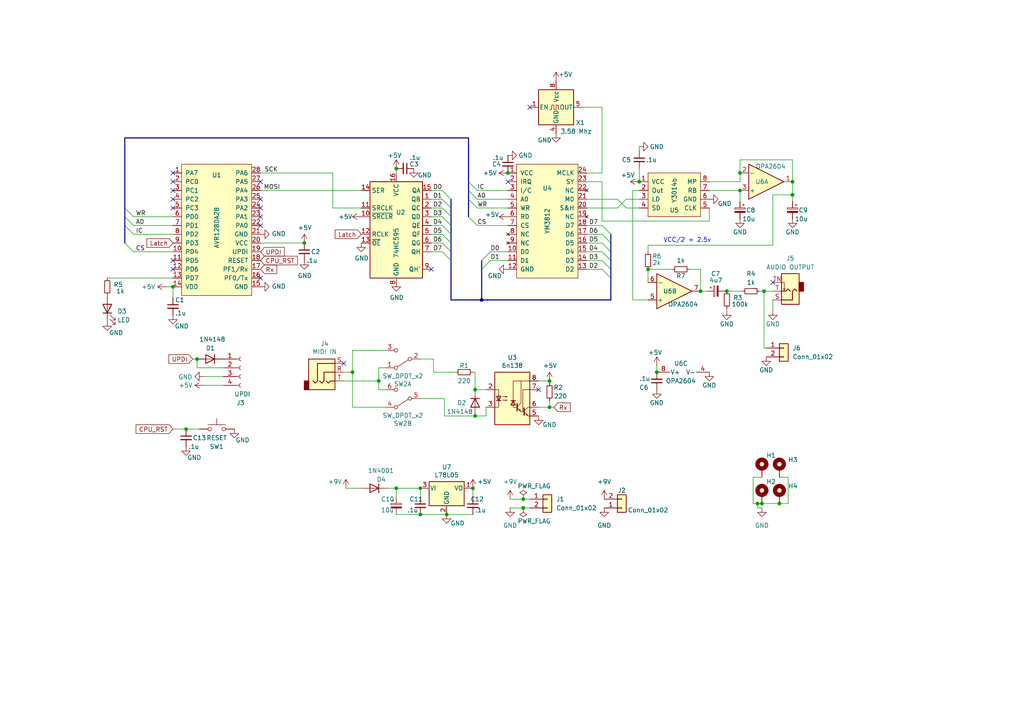
<source format=kicad_sch>
(kicad_sch (version 20211123) (generator eeschema)
  (paper "A4")
  (title_block (title "YM3812 SynthCard") (date "2023-07-24") (rev "v1") (company "Things Made Simple") (comment 1 "thingsmadesimple.com") (comment 2 "Tyler Klein"))
  (lib_symbols
    (symbol "74xx:74HC595"
      (property "Reference" "U" (at -7.62 13.97 0))
      (property "Value" "74HC595" (at -7.62 -16.51 0))
      (symbol "74HC595_1_0"
        (pin tri_state line (at 10.16 7.62 180) (length 2.54) (name "QB") (number "1"))
        (pin input line (at -10.16 2.54 0) (length 2.54) (name "~{SRCLR}") (number "10"))
        (pin input line (at -10.16 5.08 0) (length 2.54) (name "SRCLK") (number "11"))
        (pin input line (at -10.16 -2.54 0) (length 2.54) (name "RCLK") (number "12"))
        (pin input line (at -10.16 -5.08 0) (length 2.54) (name "~{OE}") (number "13"))
        (pin input line (at -10.16 10.16 0) (length 2.54) (name "SER") (number "14"))
        (pin tri_state line (at 10.16 10.16 180) (length 2.54) (name "QA") (number "15"))
        (pin power_in line (at 0 15.24 270) (length 2.54) (name "VCC") (number "16"))
        (pin tri_state line (at 10.16 5.08 180) (length 2.54) (name "QC") (number "2"))
        (pin tri_state line (at 10.16 2.54 180) (length 2.54) (name "QD") (number "3"))
        (pin tri_state line (at 10.16 0 180) (length 2.54) (name "QE") (number "4"))
        (pin tri_state line (at 10.16 -2.54 180) (length 2.54) (name "QF") (number "5"))
        (pin tri_state line (at 10.16 -5.08 180) (length 2.54) (name "QG") (number "6"))
        (pin tri_state line (at 10.16 -7.62 180) (length 2.54) (name "QH") (number "7"))
        (pin power_in line (at 0 -17.78 90) (length 2.54) (name "GND") (number "8"))
        (pin output line (at 10.16 -12.7 180) (length 2.54) (name "QH'") (number "9"))
      )
    )
    (symbol "Amplifier_Operational:TL072" (pin_names (offset 0.127))
      (property "Reference" "U" (at 0 5.08 0))
      (property "Value" "TL072" (at 0 -5.08 0))
      (symbol "TL072_1_1"
        (pin output line (at 7.62 0 180) (length 2.54) (name "~") (number "1"))
        (pin input line (at -7.62 -2.54 0) (length 2.54) (name "-") (number "2"))
        (pin input line (at -7.62 2.54 0) (length 2.54) (name "+") (number "3"))
      )
      (symbol "TL072_2_1"
        (pin input line (at -7.62 2.54 0) (length 2.54) (name "+") (number "5"))
        (pin input line (at -7.62 -2.54 0) (length 2.54) (name "-") (number "6"))
        (pin output line (at 7.62 0 180) (length 2.54) (name "~") (number "7"))
      )
      (symbol "TL072_3_1"
        (pin power_in line (at -2.54 -7.62 90) (length 3.81) (name "V-") (number "4"))
        (pin power_in line (at -2.54 7.62 270) (length 3.81) (name "V+") (number "8"))
      )
    )
    (symbol "Connector:AudioJack2_SwitchT"
      (property "Reference" "J" (at 0 8.89 0))
      (property "Value" "AudioJack2_SwitchT" (at 0 6.35 0))
      (symbol "AudioJack2_SwitchT_1_1"
        (pin passive line (at 5.08 2.54 180) (length 2.54) (name "~") (number "S"))
        (pin passive line (at 5.08 0 180) (length 2.54) (name "~") (number "T"))
        (pin passive line (at 5.08 -2.54 180) (length 2.54) (name "~") (number "TN"))
      )
    )
    (symbol "Connector:AudioJack3"
      (property "Reference" "J" (at 0 8.89 0))
      (property "Value" "AudioJack3" (at 0 6.35 0))
      (symbol "AudioJack3_1_1"
        (pin passive line (at 5.08 0 180) (length 2.54) (name "~") (number "R"))
        (pin passive line (at 5.08 2.54 180) (length 2.54) (name "~") (number "S"))
        (pin passive line (at 5.08 -2.54 180) (length 2.54) (name "~") (number "T"))
      )
    )
    (symbol "Connector:Conn_01x04_Female" (pin_names (offset 1.016) hide)
      (property "Reference" "J" (at 0 5.08 0))
      (property "Value" "Conn_01x04_Female" (at 0 -7.62 0))
      (symbol "Conn_01x04_Female_1_1"
        (pin passive line (at -5.08 2.54 0) (length 3.81) (name "Pin_1") (number "1"))
        (pin passive line (at -5.08 0 0) (length 3.81) (name "Pin_2") (number "2"))
        (pin passive line (at -5.08 -2.54 0) (length 3.81) (name "Pin_3") (number "3"))
        (pin passive line (at -5.08 -5.08 0) (length 3.81) (name "Pin_4") (number "4"))
      )
    )
    (symbol "Connector_Generic:Conn_01x02" (pin_names (offset 1.016) hide)
      (property "Reference" "J" (at 0 2.54 0))
      (property "Value" "Conn_01x02" (at 0 -5.08 0))
      (symbol "Conn_01x02_1_1"
        (pin passive line (at -5.08 0 0) (length 3.81) (name "Pin_1") (number "1"))
        (pin passive line (at -5.08 -2.54 0) (length 3.81) (name "Pin_2") (number "2"))
      )
    )
    (symbol "Device:C_Small" (pin_numbers hide) (pin_names (offset 0.254) hide)
      (property "Reference" "C" (at 0.254 1.778 0))
      (property "Value" "C_Small" (at 0.254 -2.032 0))
      (symbol "C_Small_1_1"
        (pin passive line (at 0 2.54 270) (length 2.032) (name "~") (number "1"))
        (pin passive line (at 0 -2.54 90) (length 2.032) (name "~") (number "2"))
      )
    )
    (symbol "Device:LED" (pin_numbers hide) (pin_names (offset 1.016) hide)
      (property "Reference" "D" (at 0 2.54 0))
      (property "Value" "LED" (at 0 -2.54 0))
      (symbol "LED_1_1"
        (pin passive line (at -3.81 0 0) (length 2.54) (name "K") (number "1"))
        (pin passive line (at 3.81 0 180) (length 2.54) (name "A") (number "2"))
      )
    )
    (symbol "Device:R_Small" (pin_numbers hide) (pin_names (offset 0.254) hide)
      (property "Reference" "R" (at 0.762 0.508 0))
      (property "Value" "R_Small" (at 0.762 -1.016 0))
      (symbol "R_Small_1_1"
        (pin passive line (at 0 2.54 270) (length 0.762) (name "~") (number "1"))
        (pin passive line (at 0 -2.54 90) (length 0.762) (name "~") (number "2"))
      )
    )
    (symbol "Diode:1N4148" (pin_numbers hide) (pin_names hide)
      (property "Reference" "D" (at 0 2.54 0))
      (property "Value" "1N4148" (at 0 -2.54 0))
      (symbol "1N4148_1_1"
        (pin passive line (at -3.81 0 0) (length 2.54) (name "K") (number "1"))
        (pin passive line (at 3.81 0 180) (length 2.54) (name "A") (number "2"))
      )
    )
    (symbol "Isolator:6N138" (pin_names (offset 1.016) hide)
      (property "Reference" "U" (at -4.064 8.89 0))
      (property "Value" "6N138" (at 2.286 8.89 0))
      (symbol "6N138_1_1"
        (pin no_connect line (at -5.08 5.08 0) (length 2.54) hide (name "NC") (number "1"))
        (pin passive line (at -7.62 2.54 0) (length 2.54) (name "C1") (number "2"))
        (pin passive line (at -7.62 -2.54 0) (length 2.54) (name "C2") (number "3"))
        (pin no_connect line (at -5.08 -5.08 0) (length 2.54) hide (name "NC") (number "4"))
        (pin passive line (at 7.62 -5.08 180) (length 2.54) (name "GND") (number "5"))
        (pin passive line (at 7.62 -2.54 180) (length 2.54) (name "VO2") (number "6"))
        (pin passive line (at 7.62 2.54 180) (length 2.54) (name "VO1") (number "7"))
        (pin passive line (at 7.62 5.08 180) (length 2.54) (name "VCC") (number "8"))
      )
    )
    (symbol "Mechanical:MountingHole_Pad" (pin_numbers hide) (pin_names (offset 1.016) hide)
      (property "Reference" "H" (at 0 6.35 0))
      (property "Value" "MountingHole_Pad" (at 0 4.445 0))
      (symbol "MountingHole_Pad_1_1"
        (pin input line (at 0 -2.54 90) (length 2.54) (name "1") (number "1"))
      )
    )
    (symbol "Oscillator:CXO_DIP8" (pin_names (offset 0.254))
      (property "Reference" "X" (at -5.08 6.35 0))
      (property "Value" "CXO_DIP8" (at 1.27 -6.35 0))
      (symbol "CXO_DIP8_1_1"
        (pin input line (at -7.62 0 0) (length 2.54) (name "EN") (number "1"))
        (pin power_in line (at 0 -7.62 90) (length 2.54) (name "GND") (number "4"))
        (pin output line (at 7.62 0 180) (length 2.54) (name "OUT") (number "5"))
        (pin power_in line (at 0 7.62 270) (length 2.54) (name "Vcc") (number "8"))
      )
    )
    (symbol "Regulator_Linear:L78L05_TO92" (pin_names (offset 0.254))
      (property "Reference" "U" (at -3.81 3.175 0))
      (property "Value" "L78L05_TO92" (at 0 3.175 0))
      (symbol "L78L05_TO92_1_1"
        (pin power_out line (at 7.62 0 180) (length 2.54) (name "VO") (number "1"))
        (pin power_in line (at 0 -7.62 90) (length 2.54) (name "GND") (number "2"))
        (pin power_in line (at -7.62 0 0) (length 2.54) (name "VI") (number "3"))
      )
    )
    (symbol "Switch:SW_DPDT_x2" (pin_names (offset 0) hide)
      (property "Reference" "SW" (at 0 4.318 0))
      (property "Value" "SW_DPDT_x2" (at 0 -5.08 0))
      (symbol "SW_DPDT_x2_1_1"
        (pin passive line (at 5.08 2.54 180) (length 2.54) (name "A") (number "1"))
        (pin passive line (at -5.08 0 0) (length 2.54) (name "B") (number "2"))
        (pin passive line (at 5.08 -2.54 180) (length 2.54) (name "C") (number "3"))
      )
      (symbol "SW_DPDT_x2_2_1"
        (pin passive line (at 5.08 2.54 180) (length 2.54) (name "A") (number "4"))
        (pin passive line (at -5.08 0 0) (length 2.54) (name "B") (number "5"))
        (pin passive line (at 5.08 -2.54 180) (length 2.54) (name "C") (number "6"))
      )
    )
    (symbol "Switch:SW_Push" (pin_numbers hide) (pin_names (offset 1.016) hide)
      (property "Reference" "SW" (at 1.27 2.54 0))
      (property "Value" "SW_Push" (at 0 -1.524 0))
      (symbol "SW_Push_0_1"
        (pin passive line (at -5.08 0 0) (length 2.54) (name "1") (number "1"))
        (pin passive line (at 5.08 0 180) (length 2.54) (name "2") (number "2"))
      )
    )
    (symbol "YM3812-rescue:AVR128DA28-MCU_Microchip_AVR" (pin_names (offset 1.016))
      (property "Reference" "U" (at 0 16.51 0))
      (property "Value" "AVR128DA28-MCU_Microchip_AVR" (at 0 -6.35 90))
      (symbol "AVR128DA28-MCU_Microchip_AVR_0_0"
        (pin bidirectional line (at -12.7 16.51 0) (length 2.54) (name "PA7") (number "1"))
        (pin bidirectional line (at -12.7 -6.35 0) (length 2.54) (name "PD4") (number "10"))
        (pin bidirectional line (at -12.7 -8.89 0) (length 2.54) (name "PD5") (number "11"))
        (pin bidirectional line (at -12.7 -11.43 0) (length 2.54) (name "PD6") (number "12"))
        (pin bidirectional line (at -12.7 -13.97 0) (length 2.54) (name "PD7") (number "13"))
        (pin power_in line (at -12.7 -16.51 0) (length 2.54) (name "VDD") (number "14"))
        (pin power_in line (at 12.7 -16.51 180) (length 2.54) (name "GND") (number "15"))
        (pin bidirectional line (at 12.7 -13.97 180) (length 2.54) (name "PF0/Tx") (number "16"))
        (pin bidirectional line (at 12.7 -11.43 180) (length 2.54) (name "PF1/Rx") (number "17"))
        (pin input line (at 12.7 -8.89 180) (length 2.54) (name "RESET") (number "18"))
        (pin bidirectional line (at 12.7 -6.35 180) (length 2.54) (name "UPDI") (number "19"))
        (pin bidirectional line (at -12.7 13.97 0) (length 2.54) (name "PC0") (number "2"))
        (pin power_in line (at 12.7 -3.81 180) (length 2.54) (name "VCC") (number "20"))
        (pin power_in line (at 12.7 -1.27 180) (length 2.54) (name "GND") (number "21"))
        (pin bidirectional line (at 12.7 1.27 180) (length 2.54) (name "PA0") (number "22"))
        (pin bidirectional line (at 12.7 3.81 180) (length 2.54) (name "PA1") (number "23"))
        (pin bidirectional line (at 12.7 6.35 180) (length 2.54) (name "PA2") (number "24"))
        (pin bidirectional line (at 12.7 8.89 180) (length 2.54) (name "PA3") (number "25"))
        (pin bidirectional line (at 12.7 11.43 180) (length 2.54) (name "PA4") (number "26"))
        (pin bidirectional line (at 12.7 13.97 180) (length 2.54) (name "PA5") (number "27"))
        (pin bidirectional line (at 12.7 16.51 180) (length 2.54) (name "PA6") (number "28"))
        (pin bidirectional line (at -12.7 11.43 0) (length 2.54) (name "PC1") (number "3"))
        (pin bidirectional line (at -12.7 8.89 0) (length 2.54) (name "PC2") (number "4"))
        (pin bidirectional line (at -12.7 6.35 0) (length 2.54) (name "PC3") (number "5"))
        (pin bidirectional line (at -12.7 3.81 0) (length 2.54) (name "PD0") (number "6"))
        (pin bidirectional line (at -12.7 1.27 0) (length 2.54) (name "PD1") (number "7"))
        (pin bidirectional line (at -12.7 -1.27 0) (length 2.54) (name "PD2") (number "8"))
        (pin bidirectional line (at -12.7 -3.81 0) (length 2.54) (name "PD3") (number "9"))
      )
    )
    (symbol "YM3812-rescue:CP_Small-Device" (pin_numbers hide) (pin_names (offset 0.254) hide)
      (property "Reference" "C" (at 0.254 1.778 0))
      (property "Value" "CP_Small-Device" (at 0.254 -2.032 0))
      (symbol "CP_Small-Device_1_1"
        (pin passive line (at 0 2.54 270) (length 1.8542) (name "~") (number "1"))
        (pin passive line (at 0 -2.54 90) (length 1.8542) (name "~") (number "2"))
      )
    )
    (symbol "YM3812-rescue:Y3014b-Synthesizer" (pin_names (offset 1.016))
      (property "Reference" "U" (at 0 3.81 0))
      (property "Value" "Y3014b-Synthesizer" (at 0 -1.27 90))
      (symbol "Y3014b-Synthesizer_0_0"
        (pin power_in line (at -10.16 3.81 0) (length 2.54) (name "VCC") (number "1"))
        (pin output line (at -10.16 1.27 0) (length 2.54) (name "Out") (number "2"))
        (pin input line (at -10.16 -1.27 0) (length 2.54) (name "LD") (number "3"))
        (pin input line (at -10.16 -3.81 0) (length 2.54) (name "SD") (number "4"))
        (pin input line (at 10.16 -3.81 180) (length 2.54) (name "CLK") (number "5"))
        (pin power_in line (at 10.16 -1.27 180) (length 2.54) (name "GND") (number "6"))
        (pin output line (at 10.16 1.27 180) (length 2.54) (name "RB") (number "7"))
        (pin input line (at 10.16 3.81 180) (length 2.54) (name "MP") (number "8"))
      )
    )
    (symbol "YM3812-rescue:YM3812-Synthesizer" (pin_names (offset 1.016))
      (property "Reference" "U" (at 0 13.97 0))
      (property "Value" "YM3812-Synthesizer" (at 0 0 90))
      (symbol "YM3812-Synthesizer_1_1"
        (pin power_in line (at -11.43 13.97 0) (length 2.54) (name "VCC") (number "1"))
        (pin bidirectional line (at -11.43 -8.89 0) (length 2.54) (name "D0") (number "10"))
        (pin bidirectional line (at -11.43 -11.43 0) (length 2.54) (name "D1") (number "11"))
        (pin power_in line (at -11.43 -13.97 0) (length 2.54) (name "GND") (number "12"))
        (pin input line (at 11.43 -13.97 180) (length 2.54) (name "D2") (number "13"))
        (pin input line (at 11.43 -11.43 180) (length 2.54) (name "D3") (number "14"))
        (pin input line (at 11.43 -8.89 180) (length 2.54) (name "D4") (number "15"))
        (pin input line (at 11.43 -6.35 180) (length 2.54) (name "D5") (number "16"))
        (pin input line (at 11.43 -3.81 180) (length 2.54) (name "D6") (number "17"))
        (pin input line (at 11.43 -1.27 180) (length 2.54) (name "D7") (number "18"))
        (pin no_connect line (at 11.43 1.27 180) (length 2.54) (name "NC") (number "19"))
        (pin output line (at -11.43 11.43 0) (length 2.54) (name "IRQ") (number "2"))
        (pin output line (at 11.43 3.81 180) (length 2.54) (name "S&H") (number "20"))
        (pin output line (at 11.43 6.35 180) (length 2.54) (name "M0") (number "21"))
        (pin no_connect line (at 11.43 8.89 180) (length 2.54) (name "NC") (number "22"))
        (pin output line (at 11.43 11.43 180) (length 2.54) (name "SY") (number "23"))
        (pin input line (at 11.43 13.97 180) (length 2.54) (name "MCLK") (number "24"))
        (pin input line (at -11.43 8.89 0) (length 2.54) (name "I/C") (number "3"))
        (pin input line (at -11.43 6.35 0) (length 2.54) (name "A0") (number "4"))
        (pin input line (at -11.43 3.81 0) (length 2.54) (name "WR") (number "5"))
        (pin input line (at -11.43 1.27 0) (length 2.54) (name "RD") (number "6"))
        (pin input line (at -11.43 -1.27 0) (length 2.54) (name "CS") (number "7"))
        (pin no_connect line (at -11.43 -3.81 0) (length 2.54) (name "NC") (number "8"))
        (pin no_connect line (at -11.43 -6.35 0) (length 2.54) (name "NC") (number "9"))
      )
    )
    (symbol "power:+5V" (power) (pin_names (offset 0))
      (property "Value" "+5V" (at 0 3.556 0))
      (symbol "+5V_1_1"
        (pin power_in line (at 0 0 90) (length 0) hide (name "+5V") (number "1"))
      )
    )
    (symbol "power:+9V" (power) (pin_names (offset 0))
      (property "Value" "+9V" (at 0 3.556 0))
      (symbol "+9V_1_1"
        (pin power_in line (at 0 0 90) (length 0) hide (name "+9V") (number "1"))
      )
    )
    (symbol "power:GND" (power) (pin_names (offset 0))
      (property "Value" "GND" (at 0 -3.81 0))
      (symbol "GND_1_1"
        (pin power_in line (at 0 0 270) (length 0) hide (name "GND") (number "1"))
      )
    )
    (symbol "power:PWR_FLAG" (power) (pin_numbers hide) (pin_names (offset 0) hide)
      (property "Value" "PWR_FLAG" (at 0 3.81 0))
      (symbol "PWR_FLAG_0_0"
        (pin power_out line (at 0 0 90) (length 0) (name "pwr") (number "1"))
      )
    )
  )
  (junction (at 137.795 120.65))
  (junction (at 109.855 110.49))
  (junction (at 88.265 70.485))
  (junction (at 137.16 141.605))
  (junction (at 114.935 48.895))
  (junction (at 229.87 56.515))
  (junction (at 147.32 50.165))
  (junction (at 221.615 84.455))
  (junction (at 139.7 86.995))
  (junction (at 50.165 83.185))
  (junction (at 159.385 118.11))
  (junction (at 159.385 110.49))
  (junction (at 229.87 52.705))
  (junction (at 190.5 107.95))
  (junction (at 214.63 55.245))
  (junction (at 102.235 107.95))
  (junction (at 203.2 84.455))
  (junction (at 121.92 141.605))
  (junction (at 226.06 146.05))
  (junction (at 151.765 147.32))
  (junction (at 187.96 78.105))
  (junction (at 220.98 146.05))
  (junction (at 57.15 104.14))
  (junction (at 210.82 84.455))
  (junction (at 185.42 52.705))
  (junction (at 214.63 50.165))
  (junction (at 219.71 146.05))
  (junction (at 137.795 113.03))
  (junction (at 53.975 124.46))
  (junction (at 151.765 144.78))
  (junction (at 114.935 141.605))
  (junction (at 121.92 149.225))
  (junction (at 129.54 149.225))
  (no_connect (at 75.565 60.325))
  (no_connect (at 50.165 78.105))
  (no_connect (at 75.565 57.785))
  (no_connect (at 156.21 113.03))
  (no_connect (at 75.565 62.865))
  (no_connect (at 75.565 52.705))
  (no_connect (at 224.155 81.915))
  (no_connect (at 50.165 60.325))
  (no_connect (at 50.165 75.565))
  (no_connect (at 75.565 80.645))
  (no_connect (at 147.32 52.705))
  (no_connect (at 75.565 65.405))
  (no_connect (at 125.095 78.105))
  (no_connect (at 50.165 52.705))
  (no_connect (at 50.165 55.245))
  (no_connect (at 50.165 50.165))
  (no_connect (at 99.695 105.41))
  (no_connect (at 153.67 31.115))
  (no_connect (at 50.165 57.785))
  (bus_entry (at 142.24 75.565) (size -2.54 2.54))
  (bus_entry (at 130.81 75.565) (size -2.54 -2.54))
  (bus_entry (at 174.625 67.945) (size 2.54 2.54))
  (bus_entry (at 36.195 70.485) (size 2.54 2.54))
  (bus_entry (at 130.81 67.945) (size -2.54 -2.54))
  (bus_entry (at 130.81 73.025) (size -2.54 -2.54))
  (bus_entry (at 130.81 60.325) (size -2.54 -2.54))
  (bus_entry (at 142.24 73.025) (size -2.54 2.54))
  (bus_entry (at 36.195 65.405) (size 2.54 2.54))
  (bus_entry (at 135.89 55.245) (size 2.54 2.54))
  (bus_entry (at 36.195 60.325) (size 2.54 2.54))
  (bus_entry (at 36.195 62.865) (size 2.54 2.54))
  (bus_entry (at 130.81 70.485) (size -2.54 -2.54))
  (bus_entry (at 174.625 70.485) (size 2.54 2.54))
  (bus_entry (at 135.89 57.785) (size 2.54 2.54))
  (bus_entry (at 174.625 78.105) (size 2.54 2.54))
  (bus_entry (at 130.81 62.865) (size -2.54 -2.54))
  (bus_entry (at 130.81 65.405) (size -2.54 -2.54))
  (bus_entry (at 174.625 73.025) (size 2.54 2.54))
  (bus_entry (at 174.625 75.565) (size 2.54 2.54))
  (bus_entry (at 174.625 65.405) (size 2.54 2.54))
  (bus_entry (at 135.89 52.705) (size 2.54 2.54))
  (bus_entry (at 130.81 57.785) (size -2.54 -2.54))
  (bus_entry (at 135.89 62.865) (size 2.54 2.54))
  (wire (pts (xy 99.695 110.49) (xy 109.855 110.49)))
  (wire (pts (xy 187.96 78.105) (xy 187.96 81.915)))
  (wire (pts (xy 170.18 65.405) (xy 174.625 65.405)))
  (wire (pts (xy 129.54 149.225) (xy 137.16 149.225)))
  (wire (pts (xy 138.43 65.405) (xy 147.32 65.405)))
  (wire (pts (xy 183.515 55.245) (xy 185.42 55.245)))
  (wire (pts (xy 57.15 106.68) (xy 64.77 106.68)))
  (wire (pts (xy 53.975 124.46) (xy 57.785 124.46)))
  (wire (pts (xy 138.43 60.325) (xy 147.32 60.325)))
  (wire (pts (xy 221.615 84.455) (xy 224.155 84.455)))
  (wire (pts (xy 128.27 55.245) (xy 125.095 55.245)))
  (wire (pts (xy 205.74 64.135) (xy 205.74 60.325)))
  (wire (pts (xy 179.07 57.785) (xy 181.61 60.325)))
  (wire (pts (xy 121.92 149.225) (xy 114.935 149.225)))
  (wire (pts (xy 151.765 144.78) (xy 153.67 144.78)))
  (wire (pts (xy 102.235 101.6) (xy 111.76 101.6)))
  (wire (pts (xy 140.97 113.03) (xy 137.795 113.03)))
  (wire (pts (xy 114.935 141.605) (xy 121.92 141.605)))
  (wire (pts (xy 174.625 52.705) (xy 174.625 64.135)))
  (wire (pts (xy 183.515 86.995) (xy 187.96 86.995)))
  (wire (pts (xy 50.165 124.46) (xy 53.975 124.46)))
  (wire (pts (xy 187.96 73.025) (xy 187.96 71.12)))
  (wire (pts (xy 137.795 107.95) (xy 137.16 107.95)))
  (wire (pts (xy 38.735 62.865) (xy 50.165 62.865)))
  (wire (pts (xy 137.795 113.03) (xy 137.795 107.95)))
  (wire (pts (xy 109.855 110.49) (xy 109.855 113.03)))
  (wire (pts (xy 159.385 118.11) (xy 159.385 116.205)))
  (wire (pts (xy 102.235 101.6) (xy 102.235 107.95)))
  (wire (pts (xy 138.43 55.245) (xy 147.32 55.245)))
  (wire (pts (xy 102.235 107.95) (xy 102.235 118.11)))
  (wire (pts (xy 75.565 70.485) (xy 88.265 70.485)))
  (wire (pts (xy 228.6 146.05) (xy 228.6 138.43)))
  (wire (pts (xy 128.27 65.405) (xy 125.095 65.405)))
  (wire (pts (xy 75.565 55.245) (xy 104.775 55.245)))
  (wire (pts (xy 220.98 146.05) (xy 226.06 146.05)))
  (bus (pts (xy 177.165 67.945) (xy 177.165 70.485)))
  (wire (pts (xy 224.155 56.515) (xy 229.87 56.515)))
  (wire (pts (xy 121.92 141.605) (xy 121.92 144.145)))
  (wire (pts (xy 181.61 60.325) (xy 185.42 60.325)))
  (wire (pts (xy 226.06 146.05) (xy 228.6 146.05)))
  (wire (pts (xy 170.18 73.025) (xy 174.625 73.025)))
  (bus (pts (xy 177.165 78.105) (xy 177.165 80.645)))
  (wire (pts (xy 214.63 58.42) (xy 214.63 55.245)))
  (wire (pts (xy 128.27 62.865) (xy 125.095 62.865)))
  (bus (pts (xy 177.165 86.995) (xy 139.7 86.995)))
  (wire (pts (xy 38.735 65.405) (xy 50.165 65.405)))
  (wire (pts (xy 214.63 46.355) (xy 229.87 46.355)))
  (wire (pts (xy 109.855 106.68) (xy 111.76 106.68)))
  (wire (pts (xy 218.44 146.05) (xy 219.71 146.05)))
  (wire (pts (xy 128.27 70.485) (xy 125.095 70.485)))
  (wire (pts (xy 102.235 118.11) (xy 111.76 118.11)))
  (wire (pts (xy 55.88 104.14) (xy 57.15 104.14)))
  (wire (pts (xy 114.935 50.165) (xy 114.935 48.895)))
  (wire (pts (xy 229.87 52.705) (xy 229.87 56.515)))
  (wire (pts (xy 226.06 138.43) (xy 228.6 138.43)))
  (wire (pts (xy 96.52 60.325) (xy 96.52 50.165)))
  (wire (pts (xy 229.87 52.705) (xy 229.87 46.355)))
  (bus (pts (xy 135.89 57.785) (xy 135.89 62.865)))
  (bus (pts (xy 130.81 65.405) (xy 130.81 67.945)))
  (bus (pts (xy 130.81 75.565) (xy 130.81 86.995)))
  (bus (pts (xy 139.7 78.105) (xy 139.7 86.995)))
  (wire (pts (xy 128.27 57.785) (xy 125.095 57.785)))
  (bus (pts (xy 130.81 62.865) (xy 130.81 65.405)))
  (wire (pts (xy 224.155 71.12) (xy 224.155 56.515)))
  (wire (pts (xy 147.955 144.78) (xy 151.765 144.78)))
  (wire (pts (xy 174.625 31.115) (xy 168.91 31.115)))
  (wire (pts (xy 210.82 89.535) (xy 210.82 90.17)))
  (wire (pts (xy 170.18 57.785) (xy 179.07 57.785)))
  (wire (pts (xy 179.07 60.325) (xy 181.61 57.785)))
  (bus (pts (xy 135.89 52.705) (xy 135.89 55.245)))
  (wire (pts (xy 38.735 73.025) (xy 50.165 73.025)))
  (wire (pts (xy 48.26 83.185) (xy 50.165 83.185)))
  (wire (pts (xy 170.18 67.945) (xy 174.625 67.945)))
  (bus (pts (xy 36.195 40.005) (xy 135.89 40.005)))
  (wire (pts (xy 205.74 55.245) (xy 214.63 55.245)))
  (wire (pts (xy 132.08 107.95) (xy 125.73 107.95)))
  (bus (pts (xy 177.165 73.025) (xy 177.165 75.565)))
  (wire (pts (xy 112.395 141.605) (xy 114.935 141.605)))
  (wire (pts (xy 218.44 138.43) (xy 220.98 138.43)))
  (wire (pts (xy 214.63 52.705) (xy 214.63 50.165)))
  (wire (pts (xy 31.115 80.645) (xy 50.165 80.645)))
  (wire (pts (xy 121.92 149.225) (xy 129.54 149.225)))
  (bus (pts (xy 177.165 75.565) (xy 177.165 78.105)))
  (wire (pts (xy 170.18 60.325) (xy 179.07 60.325)))
  (wire (pts (xy 128.905 120.65) (xy 128.905 115.57)))
  (bus (pts (xy 36.195 40.005) (xy 36.195 60.325)))
  (bus (pts (xy 177.165 70.485) (xy 177.165 73.025)))
  (wire (pts (xy 170.18 75.565) (xy 174.625 75.565)))
  (wire (pts (xy 64.77 111.76) (xy 59.055 111.76)))
  (wire (pts (xy 229.87 56.515) (xy 229.87 58.42)))
  (wire (pts (xy 138.43 57.785) (xy 147.32 57.785)))
  (bus (pts (xy 130.81 70.485) (xy 130.81 73.025)))
  (wire (pts (xy 219.71 146.05) (xy 219.71 147.32)))
  (bus (pts (xy 130.81 57.785) (xy 130.81 60.325)))
  (bus (pts (xy 36.195 62.865) (xy 36.195 65.405)))
  (bus (pts (xy 139.7 75.565) (xy 139.7 78.105)))
  (wire (pts (xy 96.52 50.165) (xy 75.565 50.165)))
  (wire (pts (xy 125.73 104.14) (xy 121.92 104.14)))
  (wire (pts (xy 214.63 46.355) (xy 214.63 50.165)))
  (bus (pts (xy 135.89 55.245) (xy 135.89 57.785)))
  (wire (pts (xy 185.42 52.705) (xy 185.42 48.895)))
  (wire (pts (xy 121.92 115.57) (xy 128.905 115.57)))
  (wire (pts (xy 221.615 84.455) (xy 221.615 100.965)))
  (wire (pts (xy 174.625 64.135) (xy 205.74 64.135)))
  (bus (pts (xy 177.165 80.645) (xy 177.165 86.995)))
  (wire (pts (xy 140.97 120.65) (xy 140.97 118.11)))
  (wire (pts (xy 174.625 50.165) (xy 174.625 31.115)))
  (wire (pts (xy 220.98 147.32) (xy 219.71 147.32)))
  (wire (pts (xy 137.16 141.605) (xy 137.16 144.145)))
  (bus (pts (xy 36.195 60.325) (xy 36.195 62.865)))
  (bus (pts (xy 130.81 60.325) (xy 130.81 62.865)))
  (wire (pts (xy 100.33 141.605) (xy 104.775 141.605)))
  (wire (pts (xy 137.795 120.65) (xy 128.905 120.65)))
  (wire (pts (xy 181.61 57.785) (xy 185.42 57.785)))
  (wire (pts (xy 128.27 67.945) (xy 125.095 67.945)))
  (wire (pts (xy 170.18 70.485) (xy 174.625 70.485)))
  (wire (pts (xy 219.71 146.05) (xy 220.98 146.05)))
  (wire (pts (xy 109.855 113.03) (xy 111.76 113.03)))
  (wire (pts (xy 142.24 73.025) (xy 147.32 73.025)))
  (bus (pts (xy 130.81 67.945) (xy 130.81 70.485)))
  (wire (pts (xy 50.165 67.945) (xy 38.735 67.945)))
  (wire (pts (xy 210.185 84.455) (xy 210.82 84.455)))
  (bus (pts (xy 130.81 86.995) (xy 139.7 86.995)))
  (wire (pts (xy 170.18 52.705) (xy 174.625 52.705)))
  (wire (pts (xy 137.795 120.65) (xy 140.97 120.65)))
  (wire (pts (xy 96.52 60.325) (xy 104.775 60.325)))
  (wire (pts (xy 159.385 110.49) (xy 156.21 110.49)))
  (wire (pts (xy 142.24 75.565) (xy 147.32 75.565)))
  (wire (pts (xy 224.155 86.995) (xy 224.155 90.17)))
  (wire (pts (xy 205.74 52.705) (xy 214.63 52.705)))
  (wire (pts (xy 109.855 110.49) (xy 109.855 106.68)))
  (wire (pts (xy 114.935 144.145) (xy 114.935 141.605)))
  (wire (pts (xy 128.27 60.325) (xy 125.095 60.325)))
  (wire (pts (xy 125.73 107.95) (xy 125.73 104.14)))
  (wire (pts (xy 203.2 78.105) (xy 203.2 84.455)))
  (wire (pts (xy 151.765 147.32) (xy 153.67 147.32)))
  (wire (pts (xy 128.27 73.025) (xy 125.095 73.025)))
  (wire (pts (xy 159.385 118.11) (xy 160.655 118.11)))
  (wire (pts (xy 159.385 111.125) (xy 159.385 110.49)))
  (wire (pts (xy 220.345 84.455) (xy 221.615 84.455)))
  (wire (pts (xy 203.2 78.105) (xy 200.025 78.105)))
  (wire (pts (xy 203.2 84.455) (xy 205.105 84.455)))
  (wire (pts (xy 183.515 55.245) (xy 183.515 86.995)))
  (wire (pts (xy 64.77 109.22) (xy 59.055 109.22)))
  (wire (pts (xy 57.15 104.14) (xy 57.15 106.68)))
  (wire (pts (xy 187.96 78.105) (xy 194.945 78.105)))
  (wire (pts (xy 221.615 100.965) (xy 222.25 100.965)))
  (wire (pts (xy 50.165 83.185) (xy 50.165 86.36)))
  (wire (pts (xy 147.955 147.32) (xy 151.765 147.32)))
  (wire (pts (xy 102.235 107.95) (xy 99.695 107.95)))
  (wire (pts (xy 218.44 138.43) (xy 218.44 146.05)))
  (wire (pts (xy 170.18 50.165) (xy 174.625 50.165)))
  (bus (pts (xy 130.81 73.025) (xy 130.81 75.565)))
  (wire (pts (xy 114.935 83.185) (xy 114.935 81.915)))
  (wire (pts (xy 210.82 84.455) (xy 215.265 84.455)))
  (wire (pts (xy 185.42 43.815) (xy 185.42 42.545)))
  (wire (pts (xy 187.96 71.12) (xy 224.155 71.12)))
  (wire (pts (xy 170.18 78.105) (xy 174.625 78.105)))
  (bus (pts (xy 36.195 65.405) (xy 36.195 70.485)))
  (bus (pts (xy 135.89 40.005) (xy 135.89 52.705)))
  (wire (pts (xy 190.5 106.045) (xy 190.5 107.95)))
  (wire (pts (xy 156.21 118.11) (xy 159.385 118.11)))
  (text "VCC/2 = 2.5v" (at 192.405 70.485 0) (effects (font (size 1.27 1.27)) (justify left bottom)))
  (label "D3" (at 128.27 62.865 180))
  (label "D6" (at 128.27 70.485 180))
  (label "D7" (at 128.27 73.025 180))
  (label "A0" (at 138.43 57.785 0))
  (label "IC" (at 138.43 55.245 0))
  (label "D5" (at 170.815 70.485 0))
  (label "D2" (at 170.815 78.105 0))
  (label "D5" (at 128.27 67.945 180))
  (label "D3" (at 170.815 75.565 0))
  (label "D7" (at 170.815 65.405 0))
  (label "MOSI" (at 81.28 55.245 180))
  (label "D2" (at 128.27 60.325 180))
  (label "D0" (at 142.24 73.025 0))
  (label "CS" (at 138.43 65.405 0))
  (label "D1" (at 142.24 75.565 0))
  (label "D0" (at 128.27 55.245 180))
  (label "D4" (at 170.815 73.025 0))
  (label "D6" (at 170.815 67.945 0))
  (label "D4" (at 128.27 65.405 180))
  (label "CS" (at 39.37 73.025 0))
  (label "SCK" (at 80.645 50.165 180))
  (label "A0" (at 39.37 65.405 0))
  (label "D1" (at 128.27 57.785 180))
  (label "WR" (at 39.37 62.865 0))
  (label "IC" (at 39.37 67.945 0))
  (label "WR" (at 138.43 60.325 0))
  (global_label "CPU_RST" (shape input) (at 75.565 75.565 0) (property "Intersheet References" "${INTERSHEET_REFS}" (effects hide)))
  (global_label "UPDI" (shape input) (at 55.88 104.14 180) (property "Intersheet References" "${INTERSHEET_REFS}" (effects hide)))
  (global_label "Rx" (shape input) (at 75.565 78.105 0) (property "Intersheet References" "${INTERSHEET_REFS}" (effects hide)))
  (global_label "UPDI" (shape input) (at 75.565 73.025 0) (property "Intersheet References" "${INTERSHEET_REFS}" (effects hide)))
  (global_label "CPU_RST" (shape input) (at 50.165 124.46 180) (property "Intersheet References" "${INTERSHEET_REFS}" (effects hide)))
  (global_label "Latch" (shape input) (at 50.165 70.485 180) (property "Intersheet References" "${INTERSHEET_REFS}" (effects hide)))
  (global_label "Latch" (shape input) (at 104.775 67.945 180) (property "Intersheet References" "${INTERSHEET_REFS}" (effects hide)))
  (global_label "Rx" (shape input) (at 160.655 118.11 0) (property "Intersheet References" "${INTERSHEET_REFS}" (effects hide)))
  (symbol (lib_id "Amplifier_Operational:TL072") (at 198.12 110.49 90) (mirror x) (unit 3)
    (property "Reference" "U6" (at 197.485 105.41 90))
    (property "Value" "OPA2604" (at 197.485 110.49 90))
    (property "Footprint" "Package_DIP:DIP-8_W7.62mm_Socket_LongPads" (effects hide))
    (property "Datasheet" "http://www.ti.com/lit/ds/symlink/lm2904-n.pdf" (effects hide))
  )
  (symbol (lib_id "power:GND") (at 147.32 45.085 90) (unit 1)
    (property "Reference" "#PWR0109" (effects hide))
    (property "Value" "GND" (at 152.4 45.085 90))
  )
  (symbol (lib_id "YM3812-rescue:CP_Small-Device") (at 229.87 60.96 0) (mirror y) (unit 1)
    (property "Reference" "C9" (at 234.315 60.96 0) (effects (justify left)))
    (property "Value" "10u" (at 234.315 63.5 0) (effects (justify left)))
    (property "Footprint" "Capacitor_THT:CP_Radial_D5.0mm_P2.50mm" (effects hide))
  )
  (symbol (lib_id "Connector:AudioJack3") (at 94.615 107.95 0) (unit 1)
    (property "Reference" "J4" (at 94.1578 99.695 0))
    (property "Value" "MIDI IN" (at 94.1578 102.0064 0))
    (property "Footprint" "_OscillatorParts:StereoAudio_3.5mm" (effects hide))
  )
  (symbol (lib_id "Amplifier_Operational:TL072") (at 222.25 52.705 0) (mirror x) (unit 1)
    (property "Reference" "U6" (at 220.98 52.705 0))
    (property "Value" "OPA2604" (at 223.52 48.26 0))
    (property "Footprint" "Package_DIP:DIP-8_W7.62mm_Socket_LongPads" (effects hide))
    (property "Datasheet" "http://www.ti.com/lit/ds/symlink/lm2904-n.pdf" (effects hide))
  )
  (symbol (lib_id "power:PWR_FLAG") (at 151.765 144.78 0) (unit 1)
    (property "Reference" "#FLG0101" (effects hide))
    (property "Value" "PWR_FLAG" (at 154.94 140.97 0))
  )
  (symbol (lib_id "power:GND") (at 185.42 42.545 90) (mirror x) (unit 1)
    (property "Reference" "#PWR0131" (effects hide))
    (property "Value" "GND" (at 190.5 42.545 90))
  )
  (symbol (lib_id "power:PWR_FLAG") (at 151.765 147.32 0) (mirror x) (unit 1)
    (property "Reference" "#FLG0102" (effects hide))
    (property "Value" "PWR_FLAG" (at 154.94 151.13 0))
  )
  (symbol (lib_id "power:GND") (at 222.25 103.505 0) (unit 1)
    (property "Reference" "#PWR0143" (effects hide))
    (property "Value" "GND" (at 222.25 107.315 0))
  )
  (symbol (lib_id "Mechanical:MountingHole_Pad") (at 226.06 135.89 0) (unit 1)
    (property "Reference" "H3" (at 228.6 133.3499 0) (effects (justify left)))
    (property "Value" "MountingHole_Pad" (effects hide))
    (property "Footprint" "MountingHole:MountingHole_3.2mm_M3_Pad" (effects hide))
  )
  (symbol (lib_id "Connector:AudioJack2_SwitchT") (at 229.235 84.455 180) (unit 1)
    (property "Reference" "J5" (at 229.235 74.93 0))
    (property "Value" "AUDIO OUTPUT" (at 229.235 77.47 0))
    (property "Footprint" "_OscillatorParts:MonoAudio_3.5mm_SW" (effects hide))
  )
  (symbol (lib_id "Device:C_Small") (at 147.32 47.625 0) (mirror y) (unit 1)
    (property "Reference" "C4" (at 145.415 47.625 0) (effects (justify left)))
    (property "Value" ".1u" (at 146.05 45.72 0) (effects (justify left)))
    (property "Footprint" "Capacitor_THT:C_Disc_D6.0mm_W2.5mm_P5.00mm" (effects hide))
  )
  (symbol (lib_id "Device:R_Small") (at 159.385 113.665 0) (mirror x) (unit 1)
    (property "Reference" "R2" (at 161.925 112.395 0))
    (property "Value" "220" (at 162.56 114.935 0))
    (property "Footprint" "Resistor_THT:R_Axial_DIN0207_L6.3mm_D2.5mm_P7.62mm_Horizontal" (effects hide))
  )
  (symbol (lib_id "Device:R_Small") (at 197.485 78.105 90) (unit 1)
    (property "Reference" "R7" (at 197.485 80.01 90))
    (property "Value" "1k" (at 197.485 75.565 90))
    (property "Footprint" "Resistor_THT:R_Axial_DIN0207_L6.3mm_D2.5mm_P7.62mm_Horizontal" (effects hide))
  )
  (symbol (lib_id "power:+5V") (at 114.935 48.895 0) (unit 1)
    (property "Reference" "#PWR0120" (effects hide))
    (property "Value" "+5V" (at 112.395 45.085 0) (effects (justify left)))
  )
  (symbol (lib_id "power:+5V") (at 185.42 52.705 90) (mirror x) (unit 1)
    (property "Reference" "#PWR0132" (effects hide))
    (property "Value" "+5V" (at 184.15 50.8 90) (effects (justify left)))
  )
  (symbol (lib_id "Diode:1N4148") (at 60.96 104.14 180) (unit 1)
    (property "Reference" "D1" (at 59.69 100.965 0) (effects (justify right)))
    (property "Value" "1N4148" (at 57.785 98.425 0) (effects (justify right)))
    (property "Footprint" "Diode_THT:D_DO-35_SOD27_P7.62mm_Horizontal" (effects hide))
    (property "Datasheet" "https://assets.nexperia.com/documents/data-sheet/1N4148_1N4448.pdf" (effects hide))
  )
  (symbol (lib_id "power:GND") (at 224.155 90.17 0) (unit 1)
    (property "Reference" "#PWR0127" (effects hide))
    (property "Value" "GND" (at 224.155 93.98 0))
  )
  (symbol (lib_id "power:+5V") (at 48.26 83.185 90) (unit 1)
    (property "Reference" "#PWR0116" (effects hide))
    (property "Value" "+5V" (at 45.085 83.185 90) (effects (justify left)))
  )
  (symbol (lib_id "power:+5V") (at 137.16 141.605 0) (unit 1)
    (property "Reference" "#PWR0138" (effects hide))
    (property "Value" "+5V" (at 138.43 139.7 0) (effects (justify left)))
  )
  (symbol (lib_id "YM3812-rescue:CP_Small-Device") (at 214.63 60.96 0) (mirror y) (unit 1)
    (property "Reference" "C8" (at 219.075 60.96 0) (effects (justify left)))
    (property "Value" "10u" (at 219.075 63.5 0) (effects (justify left)))
    (property "Footprint" "Capacitor_THT:CP_Radial_D5.0mm_P2.50mm" (effects hide))
  )
  (symbol (lib_id "Isolator:6N138") (at 148.59 115.57 0) (unit 1)
    (property "Reference" "U3" (at 148.59 103.7082 0))
    (property "Value" "6n138" (at 148.59 106.0196 0))
    (property "Footprint" "Package_DIP:DIP-8_W7.62mm_LongPads" (effects hide))
    (property "Datasheet" "http://www.ti.com/lit/ds/symlink/lm2904-n.pdf" (effects hide))
  )
  (symbol (lib_id "power:GND") (at 190.5 113.03 0) (unit 1)
    (property "Reference" "#PWR0133" (effects hide))
    (property "Value" "GND" (at 190.5 116.84 0))
  )
  (symbol (lib_id "power:GND") (at 205.74 107.95 0) (unit 1)
    (property "Reference" "#PWR0134" (effects hide))
    (property "Value" "GND" (at 205.74 111.76 0))
  )
  (symbol (lib_id "YM3812-rescue:YM3812-Synthesizer") (at 158.75 64.135 0) (unit 1)
    (property "Reference" "U4" (at 158.75 54.61 0))
    (property "Value" "YM3812" (at 158.75 64.135 90))
    (property "Footprint" "Package_DIP:DIP-24_W15.24mm_Socket_LongPads" (effects hide))
  )
  (symbol (lib_id "YM3812-rescue:AVR128DA28-MCU_Microchip_AVR") (at 62.865 66.675 0) (unit 1)
    (property "Reference" "U1" (at 62.865 50.8 0))
    (property "Value" "AVR128DA28" (at 62.865 66.04 90))
    (property "Footprint" "Package_DIP:DIP-28_W7.62mm_Socket_LongPads" (effects hide))
  )
  (symbol (lib_id "Connector_Generic:Conn_01x02") (at 180.34 147.32 0) (mirror x) (unit 1)
    (property "Reference" "J2" (at 180.34 142.24 0))
    (property "Value" "Conn_01x02" (at 187.96 147.955 0))
    (property "Footprint" "Connector_PinHeader_2.54mm:PinHeader_1x02_P2.54mm_Horizontal" (effects hide))
  )
  (symbol (lib_id "Switch:SW_DPDT_x2") (at 116.84 104.14 180) (unit 1)
    (property "Reference" "SW2" (at 116.84 111.379 0))
    (property "Value" "SW_DPDT_x2" (at 116.84 109.0676 0))
    (property "Footprint" "Button_Switch_THT:SW_E-Switch_EG1271_DPDT" (effects hide))
  )
  (symbol (lib_id "power:+9V") (at 100.33 141.605 0) (unit 1)
    (property "Reference" "#PWR0139" (effects hide))
    (property "Value" "+9V" (at 97.155 139.7 0))
  )
  (symbol (lib_id "power:GND") (at 114.935 81.915 0) (unit 1)
    (property "Reference" "#PWR0117" (effects hide))
    (property "Value" "GND" (at 115.062 86.3092 0))
  )
  (symbol (lib_id "power:GND") (at 214.63 63.5 0) (mirror y) (unit 1)
    (property "Reference" "#PWR0129" (effects hide))
    (property "Value" "GND" (at 214.63 67.31 0))
  )
  (symbol (lib_id "power:+5V") (at 147.32 50.165 90) (unit 1)
    (property "Reference" "#PWR0108" (effects hide))
    (property "Value" "+5V" (at 144.145 50.165 90) (effects (justify left)))
  )
  (symbol (lib_id "power:GND") (at 75.565 83.185 90) (unit 1)
    (property "Reference" "#PWR0114" (effects hide))
    (property "Value" "GND" (at 78.8162 83.058 90) (effects (justify right)))
  )
  (symbol (lib_id "Mechanical:MountingHole_Pad") (at 220.98 143.51 0) (unit 1)
    (property "Reference" "H2" (at 222.25 139.7 0) (effects (justify left)))
    (property "Value" "MountingHole_Pad" (effects hide))
    (property "Footprint" "MountingHole:MountingHole_3.2mm_M3_Pad" (effects hide))
  )
  (symbol (lib_id "Device:C_Small") (at 190.5 110.49 0) (mirror x) (unit 1)
    (property "Reference" "C6" (at 185.42 112.395 0) (effects (justify left)))
    (property "Value" ".1u" (at 185.42 109.855 0) (effects (justify left)))
    (property "Footprint" "Capacitor_THT:C_Disc_D6.0mm_W2.5mm_P5.00mm" (effects hide))
  )
  (symbol (lib_id "Device:LED") (at 31.115 89.535 90) (unit 1)
    (property "Reference" "D3" (at 34.036 90.2878 90) (effects (justify right)))
    (property "Value" "LED" (at 34.036 92.8247 90) (effects (justify right)))
    (property "Footprint" "LED_THT:LED_D3.0mm" (effects hide))
  )
  (symbol (lib_id "power:GND") (at 104.775 70.485 0) (unit 1)
    (property "Reference" "#PWR0112" (effects hide))
    (property "Value" "GND" (at 104.902 74.8792 0))
  )
  (symbol (lib_id "Diode:1N4148") (at 108.585 141.605 180) (unit 1)
    (property "Reference" "D4" (at 109.22 139.065 0) (effects (justify right)))
    (property "Value" "1N4001" (at 106.68 136.525 0) (effects (justify right)))
    (property "Footprint" "Diode_THT:D_DO-35_SOD27_P7.62mm_Horizontal" (effects hide))
    (property "Datasheet" "https://assets.nexperia.com/documents/data-sheet/1N4148_1N4448.pdf" (effects hide))
  )
  (symbol (lib_id "YM3812-rescue:CP_Small-Device") (at 114.935 146.685 0) (unit 1)
    (property "Reference" "C10" (at 110.49 144.78 0) (effects (justify left)))
    (property "Value" "10u" (at 110.49 147.955 0) (effects (justify left)))
    (property "Footprint" "Capacitor_THT:CP_Radial_D5.0mm_P2.50mm" (effects hide))
  )
  (symbol (lib_id "power:+5V") (at 159.385 110.49 0) (unit 1)
    (property "Reference" "#PWR0119" (effects hide))
    (property "Value" "+5V" (at 157.48 106.045 0) (effects (justify left)))
  )
  (symbol (lib_id "YM3812-rescue:Y3014b-Synthesizer") (at 195.58 56.515 0) (unit 1)
    (property "Reference" "U5" (at 195.58 60.96 0))
    (property "Value" "Y3014b" (at 195.58 55.245 90))
    (property "Footprint" "Package_DIP:DIP-8_W7.62mm_Socket_LongPads" (effects hide))
  )
  (symbol (lib_id "Oscillator:CXO_DIP8") (at 161.29 31.115 0) (unit 1)
    (property "Reference" "X1" (at 167.005 35.56 0) (effects (justify left)))
    (property "Value" "3.58 Mhz" (at 162.56 38.1 0) (effects (justify left)))
    (property "Footprint" "Oscillator:Oscillator_DIP-8" (effects hide))
    (property "Datasheet" "http://cdn-reichelt.de/documents/datenblatt/B400/OSZI.pdf" (effects hide))
  )
  (symbol (lib_id "power:GND") (at 67.945 124.46 0) (unit 1)
    (property "Reference" "#PWR0125" (effects hide))
    (property "Value" "GND" (at 72.39 127.635 0) (effects (justify right)))
  )
  (symbol (lib_id "power:+5V") (at 147.32 62.865 90) (unit 1)
    (property "Reference" "#PWR0136" (effects hide))
    (property "Value" "+5V" (at 144.78 62.23 90) (effects (justify left)))
  )
  (symbol (lib_id "power:+5V") (at 104.775 62.865 90) (unit 1)
    (property "Reference" "#PWR0110" (effects hide))
    (property "Value" "+5V" (at 102.235 62.865 90) (effects (justify left)))
  )
  (symbol (lib_id "power:+5V") (at 59.055 111.76 90) (unit 1)
    (property "Reference" "#PWR0124" (effects hide))
    (property "Value" "+5V" (at 55.88 111.76 90) (effects (justify left)))
  )
  (symbol (lib_id "power:GND") (at 147.32 78.105 270) (unit 1)
    (property "Reference" "#PWR0137" (effects hide))
    (property "Value" "GND" (at 143.51 80.01 90))
  )
  (symbol (lib_id "power:GND") (at 156.21 120.65 0) (unit 1)
    (property "Reference" "#PWR0118" (effects hide))
    (property "Value" "GND" (at 159.385 123.19 0))
  )
  (symbol (lib_id "Device:C_Small") (at 137.16 146.685 0) (mirror y) (unit 1)
    (property "Reference" "C12" (at 140.335 144.78 0) (effects (justify left)))
    (property "Value" ".1u" (at 140.97 147.955 0) (effects (justify left)))
    (property "Footprint" "Capacitor_THT:C_Disc_D6.0mm_W2.5mm_P5.00mm" (effects hide))
  )
  (symbol (lib_id "power:+9V") (at 175.26 144.78 0) (unit 1)
    (property "Reference" "#PWR0101" (effects hide))
    (property "Value" "+9V" (at 175.26 139.7 0))
  )
  (symbol (lib_id "Device:R_Small") (at 210.82 86.995 180) (unit 1)
    (property "Reference" "R3" (at 213.995 86.36 0))
    (property "Value" "100k" (at 214.63 88.265 0))
    (property "Footprint" "Resistor_THT:R_Axial_DIN0207_L6.3mm_D2.5mm_P7.62mm_Horizontal" (effects hide))
  )
  (symbol (lib_id "power:GND") (at 59.055 109.22 270) (unit 1)
    (property "Reference" "#PWR0123" (effects hide))
    (property "Value" "GND" (at 55.8038 109.347 90) (effects (justify right)))
  )
  (symbol (lib_id "Regulator_Linear:L78L05_TO92") (at 129.54 141.605 0) (unit 1)
    (property "Reference" "U7" (at 129.54 135.4582 0))
    (property "Value" "L78L05" (at 129.54 137.7696 0))
    (property "Footprint" "Package_TO_SOT_THT:TO-92_HandSolder" (effects hide))
    (property "Datasheet" "http://www.st.com/content/ccc/resource/technical/document/datasheet/15/55/e5/aa/23/5b/43/fd/CD00000446.pdf/files/CD00000446.pdf/jcr:content/translations/en.CD00000446.pdf" (effects hide))
  )
  (symbol (lib_id "YM3812-rescue:CP_Small-Device") (at 207.645 84.455 90) (mirror x) (unit 1)
    (property "Reference" "C7" (at 208.915 79.375 90) (effects (justify left)))
    (property "Value" "4u7" (at 209.55 81.28 90) (effects (justify left)))
    (property "Footprint" "Capacitor_THT:CP_Radial_D5.0mm_P2.50mm" (effects hide))
  )
  (symbol (lib_id "74xx:74HC595") (at 114.935 65.405 0) (unit 1)
    (property "Reference" "U2" (at 116.205 61.595 0))
    (property "Value" "74HC595" (at 114.935 70.485 90))
    (property "Footprint" "Package_DIP:DIP-16_W7.62mm_Socket_LongPads" (effects hide))
    (property "Datasheet" "http://www.ti.com/lit/ds/symlink/sn74hc595.pdf" (effects hide))
  )
  (symbol (lib_id "Connector_Generic:Conn_01x02") (at 227.33 100.965 0) (unit 1)
    (property "Reference" "J6" (at 229.87 100.9649 0) (effects (justify left)))
    (property "Value" "Conn_01x02" (at 229.87 103.5049 0) (effects (justify left)))
    (property "Footprint" "Connector_PinHeader_2.54mm:PinHeader_1x02_P2.54mm_Vertical" (effects hide))
  )
  (symbol (lib_id "power:GND") (at 205.74 57.785 90) (mirror x) (unit 1)
    (property "Reference" "#PWR0128" (effects hide))
    (property "Value" "GND" (at 210.185 59.055 90))
  )
  (symbol (lib_id "power:GND") (at 50.165 91.44 0) (unit 1)
    (property "Reference" "#PWR0122" (effects hide))
    (property "Value" "GND" (at 52.705 94.615 0))
  )
  (symbol (lib_id "Connector_Generic:Conn_01x02") (at 158.75 144.78 0) (unit 1)
    (property "Reference" "J1" (at 161.29 144.7799 0) (effects (justify left)))
    (property "Value" "Conn_01x02" (at 161.29 147.3199 0) (effects (justify left)))
    (property "Footprint" "Connector_PinHeader_2.54mm:PinHeader_1x02_P2.54mm_Horizontal" (effects hide))
  )
  (symbol (lib_id "power:+9V") (at 147.955 144.78 0) (unit 1)
    (property "Reference" "#PWR0104" (effects hide))
    (property "Value" "+9V" (at 147.955 139.7 0))
  )
  (symbol (lib_id "power:GND") (at 175.26 147.32 0) (unit 1)
    (property "Reference" "#PWR0102" (effects hide))
    (property "Value" "GND" (at 175.26 152.4 0))
  )
  (symbol (lib_id "power:GND") (at 147.955 147.32 0) (unit 1)
    (property "Reference" "#PWR0103" (effects hide))
    (property "Value" "GND" (at 147.955 152.4 0))
  )
  (symbol (lib_id "Device:R_Small") (at 134.62 107.95 270) (mirror x) (unit 1)
    (property "Reference" "R1" (at 134.62 106.045 90))
    (property "Value" "220" (at 134.62 110.49 90))
    (property "Footprint" "Resistor_THT:R_Axial_DIN0207_L6.3mm_D2.5mm_P7.62mm_Horizontal" (effects hide))
  )
  (symbol (lib_id "power:GND") (at 120.015 48.895 0) (unit 1)
    (property "Reference" "#PWR0121" (effects hide))
    (property "Value" "GND" (at 123.19 50.8 0))
  )
  (symbol (lib_id "Device:C_Small") (at 53.975 127 0) (unit 1)
    (property "Reference" "C13" (at 55.88 127 0) (effects (justify left)))
    (property "Value" ".1u" (at 54.61 129.54 0) (effects (justify left)))
    (property "Footprint" "Capacitor_THT:C_Disc_D6.0mm_W2.5mm_P5.00mm" (effects hide))
  )
  (symbol (lib_id "Diode:1N4148") (at 137.795 116.84 270) (unit 1)
    (property "Reference" "D2" (at 135.255 116.84 90) (effects (justify right)))
    (property "Value" "1N4148" (at 137.16 119.38 90) (effects (justify right)))
    (property "Footprint" "Diode_THT:D_DO-35_SOD27_P7.62mm_Horizontal" (effects hide))
    (property "Datasheet" "https://assets.nexperia.com/documents/data-sheet/1N4148_1N4448.pdf" (effects hide))
  )
  (symbol (lib_id "Mechanical:MountingHole_Pad") (at 226.06 143.51 0) (unit 1)
    (property "Reference" "H4" (at 228.6 140.9699 0) (effects (justify left)))
    (property "Value" "MountingHole_Pad" (effects hide))
    (property "Footprint" "MountingHole:MountingHole_3.2mm_M3_Pad" (effects hide))
  )
  (symbol (lib_id "power:GND") (at 220.98 147.32 0) (unit 1)
    (property "Reference" "#PWR0105" (effects hide))
    (property "Value" "GND" (at 220.98 152.4 0))
  )
  (symbol (lib_id "Amplifier_Operational:TL072") (at 195.58 84.455 0) (mirror x) (unit 2)
    (property "Reference" "U6" (at 194.31 84.455 0))
    (property "Value" "OPA2604" (at 198.12 88.265 0))
    (property "Footprint" "Package_DIP:DIP-8_W7.62mm_Socket_LongPads" (effects hide))
    (property "Datasheet" "http://www.ti.com/lit/ds/symlink/lm2904-n.pdf" (effects hide))
  )
  (symbol (lib_id "Mechanical:MountingHole_Pad") (at 220.98 135.89 0) (unit 1)
    (property "Reference" "H1" (at 222.25 132.08 0) (effects (justify left)))
    (property "Value" "MountingHole_Pad" (effects hide))
    (property "Footprint" "MountingHole:MountingHole_3.2mm_M3_Pad" (effects hide))
  )
  (symbol (lib_id "Device:C_Small") (at 185.42 46.355 0) (unit 1)
    (property "Reference" "C5" (at 180.34 46.355 0) (effects (justify left)))
    (property "Value" ".1u" (at 187.325 46.355 0) (effects (justify left)))
    (property "Footprint" "Capacitor_THT:C_Disc_D6.0mm_W2.5mm_P5.00mm" (effects hide))
  )
  (symbol (lib_id "Device:R_Small") (at 217.805 84.455 90) (unit 1)
    (property "Reference" "R4" (at 217.805 79.375 90))
    (property "Value" "1k" (at 217.805 81.915 90))
    (property "Footprint" "Resistor_THT:R_Axial_DIN0207_L6.3mm_D2.5mm_P7.62mm_Horizontal" (effects hide))
  )
  (symbol (lib_id "power:GND") (at 161.29 38.735 0) (unit 1)
    (property "Reference" "#PWR0107" (effects hide))
    (property "Value" "GND" (at 160.02 40.64 0) (effects (justify right)))
  )
  (symbol (lib_id "power:+5V") (at 161.29 23.495 0) (unit 1)
    (property "Reference" "#PWR0106" (effects hide))
    (property "Value" "+5V" (at 161.925 21.59 0) (effects (justify left)))
  )
  (symbol (lib_id "power:+5V") (at 88.265 70.485 0) (unit 1)
    (property "Reference" "#PWR0111" (effects hide))
    (property "Value" "+5V" (at 86.36 66.04 0) (effects (justify left)))
  )
  (symbol (lib_id "power:GND") (at 53.975 129.54 0) (unit 1)
    (property "Reference" "#PWR0142" (effects hide))
    (property "Value" "GND" (at 58.42 132.715 0) (effects (justify right)))
  )
  (symbol (lib_id "Connector:Conn_01x04_Female") (at 69.85 106.68 0) (unit 1)
    (property "Reference" "J3" (at 68.58 116.84 0) (effects (justify left)))
    (property "Value" "UPDI" (at 67.945 114.3 0) (effects (justify left)))
    (property "Footprint" "Connector_PinHeader_2.54mm:PinHeader_1x04_P2.54mm_Vertical" (effects hide))
  )
  (symbol (lib_id "Switch:SW_Push") (at 62.865 124.46 0) (mirror y) (unit 1)
    (property "Reference" "SW1" (at 62.865 129.54 0))
    (property "Value" "RESET" (at 62.865 127 0))
    (property "Footprint" "Button_Switch_THT:SW_PUSH_6mm" (effects hide))
  )
  (symbol (lib_id "Device:C_Small") (at 50.165 88.9 0) (unit 1)
    (property "Reference" "C1" (at 50.8 86.995 0) (effects (justify left)))
    (property "Value" ".1u" (at 50.8 90.805 0) (effects (justify left)))
    (property "Footprint" "Capacitor_THT:C_Disc_D6.0mm_W2.5mm_P5.00mm" (effects hide))
  )
  (symbol (lib_id "power:GND") (at 210.82 90.17 0) (unit 1)
    (property "Reference" "#PWR0126" (effects hide))
    (property "Value" "GND" (at 210.82 93.98 0))
  )
  (symbol (lib_id "Switch:SW_DPDT_x2") (at 116.84 115.57 180) (unit 2)
    (property "Reference" "SW2" (at 116.84 122.809 0))
    (property "Value" "SW_DPDT_x2" (at 116.84 120.4976 0))
    (property "Footprint" "Button_Switch_THT:SW_E-Switch_EG1271_DPDT" (effects hide))
  )
  (symbol (lib_id "Device:R_Small") (at 31.115 83.185 180) (unit 1)
    (property "Reference" "R5" (at 34.29 82.55 0))
    (property "Value" "1k" (at 34.925 84.455 0))
    (property "Footprint" "Resistor_THT:R_Axial_DIN0207_L6.3mm_D2.5mm_P7.62mm_Horizontal" (effects hide))
  )
  (symbol (lib_id "Device:C_Small") (at 117.475 48.895 270) (unit 1)
    (property "Reference" "C3" (at 118.745 47.625 90) (effects (justify left)))
    (property "Value" ".1u" (at 118.745 45.72 90) (effects (justify left)))
    (property "Footprint" "Capacitor_THT:C_Disc_D6.0mm_W2.5mm_P5.00mm" (effects hide))
  )
  (symbol (lib_id "power:GND") (at 129.54 149.225 0) (unit 1)
    (property "Reference" "#PWR0140" (effects hide))
    (property "Value" "GND" (at 132.715 151.765 0))
  )
  (symbol (lib_id "power:GND") (at 229.87 63.5 0) (mirror y) (unit 1)
    (property "Reference" "#PWR0130" (effects hide))
    (property "Value" "GND" (at 229.87 67.31 0))
  )
  (symbol (lib_id "Device:C_Small") (at 88.265 73.025 0) (unit 1)
    (property "Reference" "C2" (at 90.17 73.025 0) (effects (justify left)))
    (property "Value" ".1u" (at 88.9 75.565 0) (effects (justify left)))
    (property "Footprint" "Capacitor_THT:C_Disc_D6.0mm_W2.5mm_P5.00mm" (effects hide))
  )
  (symbol (lib_id "power:+5V") (at 190.5 106.045 0) (unit 1)
    (property "Reference" "#PWR0135" (effects hide))
    (property "Value" "+5V" (at 187.96 102.235 0) (effects (justify left)))
  )
  (symbol (lib_id "power:GND") (at 31.115 93.345 0) (unit 1)
    (property "Reference" "#PWR0141" (effects hide))
    (property "Value" "GND" (at 33.655 96.52 0))
  )
  (symbol (lib_id "Device:R_Small") (at 187.96 75.565 180) (unit 1)
    (property "Reference" "R6" (at 190.5 74.295 0))
    (property "Value" "2k" (at 190.5 76.2 0))
    (property "Footprint" "Resistor_THT:R_Axial_DIN0207_L6.3mm_D2.5mm_P7.62mm_Horizontal" (effects hide))
  )
  (symbol (lib_id "power:GND") (at 88.265 75.565 0) (unit 1)
    (property "Reference" "#PWR0113" (effects hide))
    (property "Value" "GND" (at 88.392 79.9592 0))
  )
  (symbol (lib_id "Device:C_Small") (at 121.92 146.685 0) (unit 1)
    (property "Reference" "C11" (at 118.745 144.78 0) (effects (justify left)))
    (property "Value" ".1u" (at 118.11 147.955 0) (effects (justify left)))
    (property "Footprint" "Capacitor_THT:C_Disc_D6.0mm_W2.5mm_P5.00mm" (effects hide))
  )
  (symbol (lib_id "power:GND") (at 75.565 67.945 90) (unit 1)
    (property "Reference" "#PWR0115" (effects hide))
    (property "Value" "GND" (at 78.8162 67.818 90) (effects (justify right)))
  )
)
</source>
